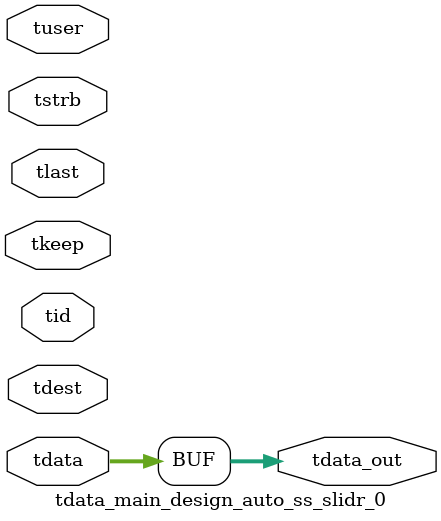
<source format=v>


`timescale 1ps/1ps

module tdata_main_design_auto_ss_slidr_0 #
(
parameter C_S_AXIS_TDATA_WIDTH = 32,
parameter C_S_AXIS_TUSER_WIDTH = 0,
parameter C_S_AXIS_TID_WIDTH   = 0,
parameter C_S_AXIS_TDEST_WIDTH = 0,
parameter C_M_AXIS_TDATA_WIDTH = 32
)
(
input  [(C_S_AXIS_TDATA_WIDTH == 0 ? 1 : C_S_AXIS_TDATA_WIDTH)-1:0     ] tdata,
input  [(C_S_AXIS_TUSER_WIDTH == 0 ? 1 : C_S_AXIS_TUSER_WIDTH)-1:0     ] tuser,
input  [(C_S_AXIS_TID_WIDTH   == 0 ? 1 : C_S_AXIS_TID_WIDTH)-1:0       ] tid,
input  [(C_S_AXIS_TDEST_WIDTH == 0 ? 1 : C_S_AXIS_TDEST_WIDTH)-1:0     ] tdest,
input  [(C_S_AXIS_TDATA_WIDTH/8)-1:0 ] tkeep,
input  [(C_S_AXIS_TDATA_WIDTH/8)-1:0 ] tstrb,
input                                                                    tlast,
output [C_M_AXIS_TDATA_WIDTH-1:0] tdata_out
);

assign tdata_out = {tdata[31:0]};

endmodule


</source>
